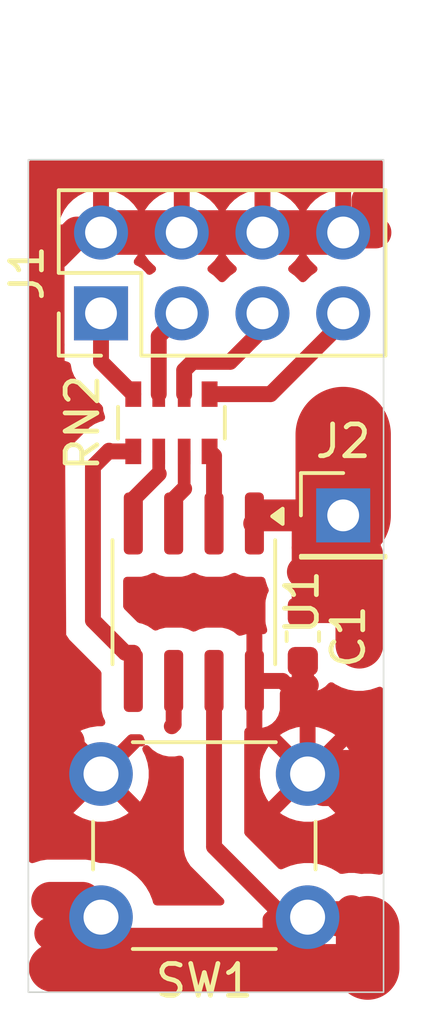
<source format=kicad_pcb>
(kicad_pcb (version 20241229) (generator "pcbnew") (generator_version "9.0")
  (layers (0 "F.Cu" signal) (2 "B.Cu" signal) (13 "F.Paste" user) (15 "B.Paste" user) (5 "F.SilkS" user "F.Silkscreen") (7 "B.SilkS" user "B.Silkscreen") (1 "F.Mask" user) (3 "B.Mask" user) (25 "Edge.Cuts" user))
  (net 0 "")
  (net 1 "Net-(J1-Pin_1)")
  (net 2 "Net-(J1-Pin_3)")
  (net 3 "/Btn")
  (net 4 "Net-(J1-Pin_7)")
  (net 5 "Net-(J1-Pin_5)")
  (net 6 "VCC")
  (net 7 "GND")
  (net 8 "/L1")
  (net 9 "/L2")
  (net 10 "/L3")
  (net 11 "/L4")
  (net 12 "/UPDI")
  (footprint "Resistor_SMD:R_Array_Convex_4x0603" (layer "F.Cu") (at 111.469 94.958 90)
    (property "Reference" "RN2" (at 0 -2.8 90) (layer "F.SilkS"))
    (property "Value" "220R")
    (fp_line (start 0.5 -1.68) (end -0.5 -1.68) (stroke (width 0.12)) (layer "F.SilkS"))
    (fp_line (start 0.5 1.68) (end -0.5 1.68) (stroke (width 0.12)) (layer "F.SilkS"))
    (pad "1" smd rect (at -0.9 -1.2 90) (size 0.8 0.5) (layers "F.Cu" "F.Mask" "F.Paste") (net 8 "/L1"))
    (pad "2" smd rect (at -0.9 -0.4 90) (size 0.8 0.4) (layers "F.Cu" "F.Mask" "F.Paste") (net 9 "/L2"))
    (pad "3" smd rect (at -0.9 0.4 90) (size 0.8 0.4) (layers "F.Cu" "F.Mask" "F.Paste") (net 10 "/L3"))
    (pad "4" smd rect (at -0.9 1.2 90) (size 0.8 0.5) (layers "F.Cu" "F.Mask" "F.Paste") (net 11 "/L4"))
    (pad "5" smd rect (at 0.9 1.2 90) (size 0.8 0.5) (layers "F.Cu" "F.Mask" "F.Paste") (net 4 "Net-(J1-Pin_7)"))
    (pad "6" smd rect (at 0.9 0.4 90) (size 0.8 0.4) (layers "F.Cu" "F.Mask" "F.Paste") (net 5 "Net-(J1-Pin_5)"))
    (pad "7" smd rect (at 0.9 -0.4 90) (size 0.8 0.4) (layers "F.Cu" "F.Mask" "F.Paste") (net 2 "Net-(J1-Pin_3)"))
    (pad "8" smd rect (at 0.9 -1.2 90) (size 0.8 0.5) (layers "F.Cu" "F.Mask" "F.Paste") (net 1 "Net-(J1-Pin_1)"))
  )
  (footprint "Button_Switch_THT:SW_PUSH_6mm_H7.3mm" (layer "F.Cu") (at 115.753 110.496 180)
    (property "Reference" "SW1" (at 3.25 -2 0) (layer "F.SilkS"))
    (property "Value" "SW_Push")
    (fp_line (start 6.75 3) (end 6.75 1.5) (stroke (width 0.12)) (layer "F.SilkS"))
    (fp_line (start 5.5 -1) (end 1 -1) (stroke (width 0.12)) (layer "F.SilkS"))
    (fp_line (start 1 5.5) (end 5.5 5.5) (stroke (width 0.12)) (layer "F.SilkS"))
    (fp_line (start -0.25 1.5) (end -0.25 3) (stroke (width 0.12)) (layer "F.SilkS"))
    (pad "1" thru_hole circle (at 0 0 270) (size 2 2) (drill 1.1) (layers "*.Cu" "*.Mask") (net 3 "/Btn"))
    (pad "1" thru_hole circle (at 6.5 0 270) (size 2 2) (drill 1.1) (layers "*.Cu" "*.Mask") (net 3 "/Btn"))
    (pad "2" thru_hole circle (at 0 4.5 270) (size 2 2) (drill 1.1) (layers "*.Cu" "*.Mask") (net 7 "GND"))
    (pad "2" thru_hole circle (at 6.5 4.5 270) (size 2 2) (drill 1.1) (layers "*.Cu" "*.Mask") (net 7 "GND"))
  )
  (footprint "Connector_PinHeader_2.54mm:PinHeader_1x01_P2.54mm_Vertical" (layer "F.Cu") (at 116.873 97.868)
    (property "Reference" "J2" (at 0 -2.33 0) (layer "F.SilkS"))
    (property "Value" "+bat")
    (fp_line (start -1.33 -1.33) (end 0 -1.33) (stroke (width 0.12)) (layer "F.SilkS"))
    (fp_line (start -1.33 0) (end -1.33 -1.33) (stroke (width 0.12)) (layer "F.SilkS"))
    (fp_line (start -1.33 1.27) (end -1.33 1.33) (stroke (width 0.12)) (layer "F.SilkS"))
    (fp_line (start -1.33 1.27) (end 1.33 1.27) (stroke (width 0.12)) (layer "F.SilkS"))
    (fp_line (start -1.33 1.33) (end 1.33 1.33) (stroke (width 0.12)) (layer "F.SilkS"))
    (fp_line (start 1.33 1.27) (end 1.33 1.33) (stroke (width 0.12)) (layer "F.SilkS"))
    (pad "1" thru_hole rect (at 0 0) (size 1.7 1.7) (drill 1) (layers "*.Cu" "*.Mask") (net 6 "VCC"))
  )
  (footprint "Connector_PinHeader_2.54mm:PinHeader_2x04_P2.54mm_Vertical" (layer "F.Cu") (at 109.253 91.518 90)
    (property "Reference" "J1" (at 1.27 -2.33 90) (layer "F.SilkS"))
    (property "Value" "Conn_02x04_Odd_Even")
    (fp_line (start 3.87 -1.33) (end 3.87 8.95) (stroke (width 0.12)) (layer "F.SilkS"))
    (fp_line (start 1.27 -1.33) (end 3.87 -1.33) (stroke (width 0.12)) (layer "F.SilkS"))
    (fp_line (start -1.33 -1.33) (end 0 -1.33) (stroke (width 0.12)) (layer "F.SilkS"))
    (fp_line (start -1.33 0) (end -1.33 -1.33) (stroke (width 0.12)) (layer "F.SilkS"))
    (fp_line (start 1.27 1.27) (end 1.27 -1.33) (stroke (width 0.12)) (layer "F.SilkS"))
    (fp_line (start -1.33 1.27) (end 1.27 1.27) (stroke (width 0.12)) (layer "F.SilkS"))
    (fp_line (start -1.33 1.27) (end -1.33 8.95) (stroke (width 0.12)) (layer "F.SilkS"))
    (fp_line (start -1.33 8.95) (end 3.87 8.95) (stroke (width 0.12)) (layer "F.SilkS"))
    (pad "1" thru_hole rect (at 0 0 90) (size 1.7 1.7) (drill 1) (layers "*.Cu" "*.Mask") (net 1 "Net-(J1-Pin_1)"))
    (pad "2" thru_hole oval (at 2.54 0 90) (size 1.7 1.7) (drill 1) (layers "*.Cu" "*.Mask") (net 7 "GND"))
    (pad "3" thru_hole oval (at 0 2.54 90) (size 1.7 1.7) (drill 1) (layers "*.Cu" "*.Mask") (net 2 "Net-(J1-Pin_3)"))
    (pad "4" thru_hole oval (at 2.54 2.54 90) (size 1.7 1.7) (drill 1) (layers "*.Cu" "*.Mask") (net 7 "GND"))
    (pad "5" thru_hole oval (at 0 5.08 90) (size 1.7 1.7) (drill 1) (layers "*.Cu" "*.Mask") (net 5 "Net-(J1-Pin_5)"))
    (pad "6" thru_hole oval (at 2.54 5.08 90) (size 1.7 1.7) (drill 1) (layers "*.Cu" "*.Mask") (net 7 "GND"))
    (pad "7" thru_hole oval (at 0 7.62 90) (size 1.7 1.7) (drill 1) (layers "*.Cu" "*.Mask") (net 4 "Net-(J1-Pin_7)"))
    (pad "8" thru_hole oval (at 2.54 7.62 90) (size 1.7 1.7) (drill 1) (layers "*.Cu" "*.Mask") (net 7 "GND"))
  )
  (footprint "Package_SO:SOIC-8_3.9x4.9mm_P1.27mm" (layer "F.Cu") (at 112.174 100.597 -90)
    (property "Reference" "U1" (at 0 -3.4 90) (layer "F.SilkS"))
    (property "Value" "ATtiny402-SS")
    (fp_line (start 0 2.56) (end -1.95 2.56) (stroke (width 0.12)) (layer "F.SilkS"))
    (fp_line (start 0 2.56) (end 1.95 2.56) (stroke (width 0.12)) (layer "F.SilkS"))
    (fp_line (start 0 -2.56) (end -1.95 -2.56) (stroke (width 0.12)) (layer "F.SilkS"))
    (fp_line (start 0 -2.56) (end 1.95 -2.56) (stroke (width 0.12)) (layer "F.SilkS"))
    (fp_poly (pts (xy -2.7 -2.465) (xy -2.94 -2.795) (xy -2.46 -2.795) (xy -2.7 -2.465)) (stroke (width 0.12)) (fill yes) (layer "F.SilkS"))
    (pad "1" smd roundrect (at -2.475 -1.905 270) (size 1.95 0.6) (layers "F.Cu" "F.Mask" "F.Paste") (net 6 "VCC"))
    (pad "2" smd roundrect (at -2.475 -0.635 270) (size 1.95 0.6) (layers "F.Cu" "F.Mask" "F.Paste") (net 11 "/L4"))
    (pad "3" smd roundrect (at -2.475 0.635 270) (size 1.95 0.6) (layers "F.Cu" "F.Mask" "F.Paste") (net 10 "/L3"))
    (pad "4" smd roundrect (at -2.475 1.905 270) (size 1.95 0.6) (layers "F.Cu" "F.Mask" "F.Paste") (net 9 "/L2"))
    (pad "5" smd roundrect (at 2.475 1.905 270) (size 1.95 0.6) (layers "F.Cu" "F.Mask" "F.Paste") (net 8 "/L1"))
    (pad "6" smd roundrect (at 2.475 0.635 270) (size 1.95 0.6) (layers "F.Cu" "F.Mask" "F.Paste") (net 12 "/UPDI"))
    (pad "7" smd roundrect (at 2.475 -0.635 270) (size 1.95 0.6) (layers "F.Cu" "F.Mask" "F.Paste") (net 3 "/Btn"))
    (pad "8" smd roundrect (at 2.475 -1.905 270) (size 1.95 0.6) (layers "F.Cu" "F.Mask" "F.Paste") (net 7 "GND"))
  )
  (footprint "Capacitor_SMD:C_0603_1608Metric" (layer "F.Cu") (at 115.603 101.678 -90)
    (property "Reference" "C1" (at 0 -1.43 90) (layer "F.SilkS"))
    (property "Value" "1u")
    (fp_line (start -0.14058 0.51) (end 0.14058 0.51) (stroke (width 0.12)) (layer "F.SilkS"))
    (fp_line (start -0.14058 -0.51) (end 0.14058 -0.51) (stroke (width 0.12)) (layer "F.SilkS"))
    (pad "1" smd roundrect (at -0.775 0 270) (size 0.9 0.95) (layers "F.Cu" "F.Mask" "F.Paste") (net 6 "VCC"))
    (pad "2" smd roundrect (at 0.775 0 270) (size 0.9 0.95) (layers "F.Cu" "F.Mask" "F.Paste") (net 7 "GND"))
  )
  (gr_rect (start 106.967 86.692) (end 118.143 112.854) (stroke (width 0.05)) (fill no) (layer "Edge.Cuts"))
  (segment (start 109.253 93.042) (end 109.253 91.518) (width 0.5) (layer "F.Cu") (net 1))
  (segment (start 110.269 94.058) (end 109.253 93.042) (width 0.5) (layer "F.Cu") (net 1))
  (segment (start 111.069 94.058) (end 111.069 92.242) (width 0.5) (layer "F.Cu") (net 2))
  (segment (start 111.069 92.242) (end 111.793 91.518) (width 0.5) (layer "F.Cu") (net 2))
  (segment (start 115.753 110.496) (end 116.691 110.496) (width 1) (layer "F.Cu") (net 3))
  (segment (start 116.945 110.496) (end 117.135 110.306) (width 1) (layer "F.Cu") (net 3))
  (segment (start 116.691 110.496) (end 116.945 110.496) (width 1) (layer "F.Cu") (net 3))
  (segment (start 114.587 110.568) (end 114.841 110.314) (width 0.5) (layer "F.Cu") (net 3))
  (segment (start 108.673 110.894) (end 108.419 110.894) (width 1) (layer "F.Cu") (net 3))
  (segment (start 107.657 111.004) (end 108.745 112.092) (width 1) (layer "F.Cu") (net 3))
  (segment (start 115.753 110.496) (end 115.929 110.496) (width 1) (layer "F.Cu") (net 3))
  (segment (start 114.587 111.33) (end 114.587 110.568) (width 0.5) (layer "F.Cu") (net 3))
  (segment (start 109.253 110.568) (end 110.015 111.33) (width 0.5) (layer "F.Cu") (net 3))
  (segment (start 114.919 111.33) (end 115.753 110.496) (width 0.5) (layer "F.Cu") (net 3))
  (segment (start 109.253 110.496) (end 109.253 110.568) (width 0.5) (layer "F.Cu") (net 3))
  (segment (start 109.253 110.496) (end 108.419 110.496) (width 1) (layer "F.Cu") (net 3))
  (segment (start 107.729 112.092) (end 116.873 112.092) (width 1.5) (layer "F.Cu") (net 3))
  (segment (start 114.587 111.33) (end 114.919 111.33) (width 0.5) (layer "F.Cu") (net 3))
  (segment (start 117.643 110.83) (end 117.635 110.822) (width 1) (layer "F.Cu") (net 3))
  (segment (start 116.873 112.092) (end 117.643 112.092) (width 1) (layer "F.Cu") (net 3))
  (segment (start 112.809 108.282) (end 114.841 110.314) (width 0.5) (layer "F.Cu") (net 3))
  (segment (start 110.015 111.33) (end 114.587 111.33) (width 1) (layer "F.Cu") (net 3))
  (segment (start 117.635 110.822) (end 116.293 110.496) (width 1) (layer "F.Cu") (net 3))
  (segment (start 108.673 109.988) (end 108.673 110.894) (width 1) (layer "F.Cu") (net 3))
  (segment (start 114.841 110.314) (end 115.023 110.496) (width 0.5) (layer "F.Cu") (net 3))
  (segment (start 116.293 110.496) (end 115.753 110.496) (width 1) (layer "F.Cu") (net 3))
  (segment (start 117.643 112.092) (end 117.643 110.83) (width 2) (layer "F.Cu") (net 3))
  (segment (start 115.023 110.496) (end 115.753 110.496) (width 0.5) (layer "F.Cu") (net 3))
  (segment (start 108.673 109.988) (end 107.657 109.988) (width 1.2) (layer "F.Cu") (net 3))
  (segment (start 112.809 103.072) (end 112.809 108.282) (width 0.5) (layer "F.Cu") (net 3))
  (segment (start 108.309 111.004) (end 108.419 110.894) (width 1) (layer "F.Cu") (net 3))
  (segment (start 107.657 111.004) (end 108.309 111.004) (width 1) (layer "F.Cu") (net 3))
  (segment (start 116.873 92.026) (end 116.873 91.518) (width 0.5) (layer "F.Cu") (net 4))
  (segment (start 112.669 94.058) (end 114.587 94.058) (width 0.5) (layer "F.Cu") (net 4))
  (segment (start 114.587 94.058) (end 116.619 92.026) (width 0.5) (layer "F.Cu") (net 4))
  (segment (start 111.869 93.308) (end 112.135 93.042) (width 0.5) (layer "F.Cu") (net 5))
  (segment (start 111.869 94.058) (end 111.869 93.308) (width 0.5) (layer "F.Cu") (net 5))
  (segment (start 113.317 93.042) (end 114.333 92.026) (width 0.5) (layer "F.Cu") (net 5))
  (segment (start 112.135 93.042) (end 113.317 93.042) (width 0.5) (layer "F.Cu") (net 5))
  (segment (start 114.333 92.026) (end 114.333 91.518) (width 0.5) (layer "F.Cu") (net 5))
  (segment (start 116.873 97.868) (end 116.873 98.376) (width 0.7) (layer "F.Cu") (net 6))
  (segment (start 117.285 99.646) (end 115.603 99.646) (width 1) (layer "F.Cu") (net 6))
  (segment (start 114.333 97.868) (end 114.079 98.122) (width 0.7) (layer "F.Cu") (net 6))
  (segment (start 117.285 98.788) (end 117.285 99.646) (width 0.7) (layer "F.Cu") (net 6))
  (segment (start 115.349 97.868) (end 114.333 97.868) (width 1) (layer "F.Cu") (net 6))
  (segment (start 115.603 98.122) (end 115.603 98.884) (width 0.7) (layer "F.Cu") (net 6))
  (segment (start 115.603 99.646) (end 115.603 100.408) (width 0.7) (layer "F.Cu") (net 6))
  (segment (start 115.603 98.884) (end 115.603 99.646) (width 0.7) (layer "F.Cu") (net 6))
  (segment (start 115.603 100.408) (end 117.285 100.408) (width 0.7) (layer "F.Cu") (net 6))
  (segment (start 115.603 98.884) (end 117.189 98.884) (width 0.7) (layer "F.Cu") (net 6))
  (segment (start 116.873 98.376) (end 117.285 98.788) (width 0.7) (layer "F.Cu") (net 6))
  (segment (start 115.349 97.868) (end 115.603 98.122) (width 0.7) (layer "F.Cu") (net 6))
  (segment (start 117.381 99.138) (end 117.381 101.17) (width 1.5) (layer "F.Cu") (net 6))
  (segment (start 117.285 99.646) (end 117.285 100.408) (width 0.7) (layer "F.Cu") (net 6))
  (segment (start 117.114 100.903) (end 117.381 101.17) (width 0.7) (layer "F.Cu") (net 6))
  (segment (start 116.873 97.868) (end 116.873 95.328) (width 3) (layer "F.Cu") (net 6))
  (segment (start 116.873 97.868) (end 115.349 97.868) (width 0.7) (layer "F.Cu") (net 6))
  (segment (start 117.381 101.17) (end 117.381 101.932) (width 1.5) (layer "F.Cu") (net 6))
  (segment (start 117.189 98.884) (end 117.285 98.788) (width 0.7) (layer "F.Cu") (net 6))
  (segment (start 115.603 100.903) (end 117.114 100.903) (width 0.7) (layer "F.Cu") (net 6))
  (segment (start 117.889 88.978) (end 117.893 88.974) (width 0.5) (layer "F.Cu") (net 7))
  (segment (start 115.753 105.996) (end 116.261 106.504) (width 1) (layer "F.Cu") (net 7))
  (segment (start 107.7544 89.7146) (end 107.825 89.644) (width 0.7) (layer "F.Cu") (net 7))
  (segment (start 115.753 103.202) (end 115.095 103.202) (width 0.5) (layer "F.Cu") (net 7))
  (segment (start 108.237 104.98) (end 107.983 105.234) (width 1) (layer "F.Cu") (net 7))
  (segment (start 108.237 104.98) (end 107.825 104.568) (width 0.7) (layer "F.Cu") (net 7))
  (segment (start 115.753 103.202) (end 115.603 103.052) (width 0.7) (layer "F.Cu") (net 7))
  (segment (start 115.603 103.052) (end 115.603 102.453) (width 0.7) (layer "F.Cu") (net 7))
  (segment (start 116.007 105.742) (end 115.753 105.996) (width 1) (layer "F.Cu") (net 7))
  (segment (start 107.7544 92.5086) (end 107.7544 89.7146) (width 0.7) (layer "F.Cu") (net 7))
  (segment (start 108.491 88.978) (end 109.253 88.978) (width 0.7) (layer "F.Cu") (net 7))
  (segment (start 107.825 89.644) (end 108.491 88.978) (width 1) (layer "F.Cu") (net 7))
  (segment (start 117.127 106.504) (end 117.135 106.504) (width 1) (layer "F.Cu") (net 7))
  (segment (start 107.983 105.234) (end 107.983 106.504) (width 1) (layer "F.Cu") (net 7))
  (segment (start 109.253 88.978) (end 116.873 88.978) (width 1.4) (layer "F.Cu") (net 7))
  (segment (start 117.127 105.742) (end 116.007 105.742) (width 1) (layer "F.Cu") (net 7))
  (segment (start 107.825 104.568) (end 107.7544 92.5086) (width 0.7) (layer "F.Cu") (net 7))
  (segment (start 115.753 105.996) (end 115.753 103.202) (width 0.5) (layer "F.Cu") (net 7))
  (segment (start 116.261 106.504) (end 117.127 106.504) (width 1) (layer "F.Cu") (net 7))
  (segment (start 115.095 103.202) (end 114.965 103.072) (width 0.5) (layer "F.Cu") (net 7))
  (segment (start 116.873 88.978) (end 117.889 88.978) (width 1) (layer "F.Cu") (net 7))
  (segment (start 114.965 103.072) (end 114.079 103.072) (width 0.5) (layer "F.Cu") (net 7))
  (segment (start 109.253 105.996) (end 108.237 104.98) (width 0.7) (layer "F.Cu") (net 7))
  (segment (start 117.635 88.974) (end 117.635 87.962) (width 1) (layer "F.Cu") (net 7))
  (segment (start 110.269 102.186) (end 110.015 102.186) (width 0.5) (layer "F.Cu") (net 8))
  (segment (start 110.269 103.072) (end 110.269 102.186) (width 0.5) (layer "F.Cu") (net 8))
  (segment (start 109.507 95.836) (end 109.529 95.858) (width 0.5) (layer "F.Cu") (net 8))
  (segment (start 109.529 95.858) (end 110.269 95.858) (width 0.5) (layer "F.Cu") (net 8))
  (segment (start 110.015 102.186) (end 108.999 101.17) (width 0.5) (layer "F.Cu") (net 8))
  (segment (start 108.999 96.344) (end 109.507 95.836) (width 0.5) (layer "F.Cu") (net 8))
  (segment (start 108.999 101.17) (end 108.999 96.344) (width 0.5) (layer "F.Cu") (net 8))
  (segment (start 110.269 97.36) (end 111.069 96.56) (width 0.5) (layer "F.Cu") (net 9))
  (segment (start 110.269 98.122) (end 110.269 97.36) (width 0.5) (layer "F.Cu") (net 9))
  (segment (start 111.069 96.56) (end 111.069 95.858) (width 0.4) (layer "F.Cu") (net 9))
  (segment (start 111.869 97.03) (end 111.869 95.858) (width 0.4) (layer "F.Cu") (net 10))
  (segment (start 111.539 97.36) (end 111.869 97.03) (width 0.5) (layer "F.Cu") (net 10))
  (segment (start 111.539 98.122) (end 111.539 97.36) (width 0.5) (layer "F.Cu") (net 10))
  (segment (start 112.809 98.122) (end 112.809 95.998) (width 0.5) (layer "F.Cu") (net 11))
  (segment (start 112.809 95.998) (end 112.669 95.858) (width 0.5) (layer "F.Cu") (net 11))
  (segment (start 111.539 104.4372) (end 111.4806 104.4956) (width 0.5) (layer "F.Cu") (net 12))
  (segment (start 111.539 103.072) (end 111.539 104.4372) (width 0.5) (layer "F.Cu") (net 12))
  (zone (net 7) (net_name "GND") (layer "F.Cu") (connect_pads (clearance 0.7)) (min_thickness 0.25) (fill yes (thermal_gap 0.5) (thermal_bridge_width 0.5))
    (polygon (pts (xy 106.205 86.438) (xy 119.413 86.438) (xy 119.159 113.616) (xy 106.459 113.87)))
  )
)
</source>
